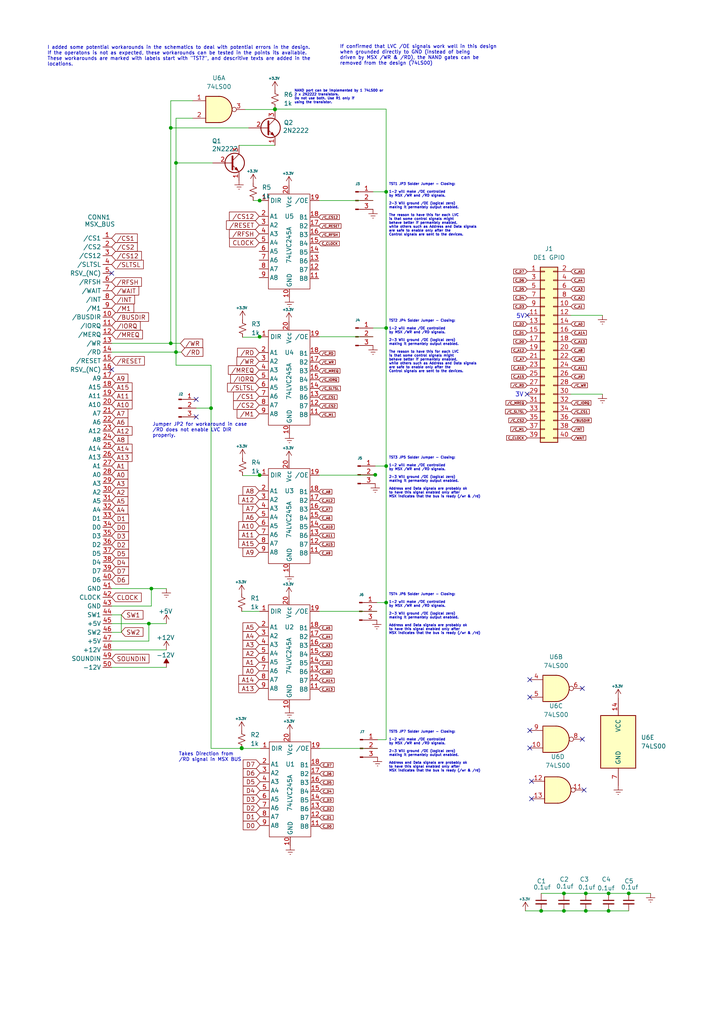
<source format=kicad_sch>
(kicad_sch (version 20211123) (generator eeschema)
  (paper "A4" portrait)
  (title_block (title "MSX IDC Adapter") (rev "0.1") (company "RCC") (comment 1 "Not ready for manufactoring (WIP)"))
  (junction (at 163.576 259.08))
  (junction (at 176.53 259.08))
  (junction (at 51.054 47.244))
  (junction (at 169.926 259.08))
  (junction (at 43.18 180.848))
  (junction (at 79.756 31.6399))
  (junction (at 169.926 264.16))
  (junction (at 75.311 58.166))
  (junction (at 70.116 216.916))
  (junction (at 112.014 95.123))
  (junction (at 108.847 137.6988))
  (junction (at 182.372 259.08))
  (junction (at 70.116 217.043))
  (junction (at 49.53 99.568))
  (junction (at 61.214 118.364))
  (junction (at 75.311 97.663))
  (junction (at 51.054 102.108))
  (junction (at 163.576 264.16))
  (junction (at 112.014 55.626))
  (junction (at 75.311 137.795))
  (junction (at 156.972 264.16))
  (junction (at 112.014 135.1588))
  (junction (at 49.53 37.084))
  (junction (at 70.104 216.916))
  (junction (at 79.756 31.75))
  (junction (at 43.9077 170.688))
  (junction (at 112.014 174.752))
  (junction (at 176.53 264.16))
  (no_connect (at 168.91 214.376))
  (no_connect (at 169.418 229.108))
  (no_connect (at 168.91 199.644))
  (no_connect (at 153.67 197.104))
  (no_connect (at 153.67 202.184))
  (no_connect (at 153.67 211.836))
  (no_connect (at 153.67 216.916))
  (no_connect (at 154.178 226.568))
  (no_connect (at 154.178 231.648))
  (no_connect (at 56.896 120.904))
  (no_connect (at 56.896 115.824))
  (no_connect (at 152.908 91.44))
  (no_connect (at 32.385 79.248))
  (no_connect (at 32.385 107.188))
  (no_connect (at 152.908 114.3))
  (wire (pts (xy 70.116 216.916) (xy 70.104 216.916)))
  (wire (pts (xy 49.53 99.568) (xy 49.53 37.084)))
  (wire (pts (xy 43.18 180.848) (xy 43.18 185.928)))
  (wire (pts (xy 49.53 37.084) (xy 72.136 37.084)))
  (wire (pts (xy 79.756 31.6399) (xy 79.756 31.242)))
  (wire (pts (xy 69.342 42.164) (xy 79.756 42.164)))
  (wire (pts (xy 176.53 259.08) (xy 182.372 259.08)))
  (wire (pts (xy 108.847 137.795) (xy 108.847 137.6988)))
  (wire (pts (xy 75.311 137.922) (xy 75.311 137.795)))
  (wire (pts (xy 43.9077 175.768) (xy 43.9077 170.688)))
  (wire (pts (xy 43.9077 170.688) (xy 48.26 170.688)))
  (wire (pts (xy 70.116 217.043) (xy 61.214 217.043)))
  (wire (pts (xy 108.847 135.1588) (xy 112.014 135.1588)))
  (wire (pts (xy 49.53 29.21) (xy 55.88 29.21)))
  (wire (pts (xy 70.116 217.043) (xy 70.116 216.916)))
  (wire (pts (xy 49.53 37.084) (xy 49.53 29.21)))
  (wire (pts (xy 169.926 259.08) (xy 176.53 259.08)))
  (wire (pts (xy 51.054 105.918) (xy 51.054 102.108)))
  (wire (pts (xy 108.204 55.626) (xy 112.014 55.626)))
  (wire (pts (xy 176.53 264.16) (xy 182.372 264.16)))
  (wire (pts (xy 92.583 58.166) (xy 108.204 58.166)))
  (wire (pts (xy 112.014 31.6399) (xy 79.756 31.6399)))
  (wire (pts (xy 156.972 259.08) (xy 163.576 259.08)))
  (wire (pts (xy 165.608 91.44) (xy 174.752 91.44)))
  (wire (pts (xy 51.054 102.108) (xy 52.578 102.108)))
  (wire (pts (xy 163.576 259.08) (xy 169.926 259.08)))
  (wire (pts (xy 112.014 214.503) (xy 109.5184 214.503)))
  (wire (pts (xy 32.385 193.548) (xy 48.26 193.548)))
  (wire (pts (xy 92.583 97.663) (xy 108.204 97.663)))
  (wire (pts (xy 51.054 47.244) (xy 51.054 102.108)))
  (wire (pts (xy 92.837 217.043) (xy 109.5184 217.043)))
  (wire (pts (xy 51.054 47.244) (xy 51.054 34.29)))
  (wire (pts (xy 56.896 118.364) (xy 61.214 118.364)))
  (wire (pts (xy 182.372 259.08) (xy 188.722 259.08)))
  (wire (pts (xy 71.12 31.75) (xy 79.756 31.75)))
  (wire (pts (xy 32.385 188.468) (xy 48.26 188.468)))
  (wire (pts (xy 165.608 114.3) (xy 174.752 114.3)))
  (wire (pts (xy 35.1862 183.388) (xy 32.385 183.388)))
  (wire (pts (xy 32.385 178.308) (xy 35.1862 178.308)))
  (wire (pts (xy 32.385 99.568) (xy 49.53 99.568)))
  (wire (pts (xy 112.014 31.6399) (xy 112.014 55.626)))
  (wire (pts (xy 92.583 177.292) (xy 109.3105 177.292)))
  (wire (pts (xy 112.014 135.1588) (xy 112.014 174.752)))
  (wire (pts (xy 61.722 47.244) (xy 51.054 47.244)))
  (wire (pts (xy 43.18 180.848) (xy 48.26 180.848)))
  (wire (pts (xy 79.756 31.75) (xy 79.756 32.004)))
  (wire (pts (xy 109.3105 174.752) (xy 112.014 174.752)))
  (wire (pts (xy 112.014 95.123) (xy 112.014 135.1588)))
  (wire (pts (xy 163.576 264.16) (xy 169.926 264.16)))
  (wire (pts (xy 92.583 137.795) (xy 108.847 137.795)))
  (wire (pts (xy 32.385 175.768) (xy 43.9077 175.768)))
  (wire (pts (xy 70.104 177.292) (xy 75.311 177.292)))
  (wire (pts (xy 79.756 31.6399) (xy 79.756 31.75)))
  (wire (pts (xy 32.385 170.688) (xy 43.9077 170.688)))
  (wire (pts (xy 32.385 185.928) (xy 43.18 185.928)))
  (wire (pts (xy 108.204 95.123) (xy 112.014 95.123)))
  (wire (pts (xy 112.014 174.752) (xy 112.014 214.503)))
  (wire (pts (xy 61.214 105.918) (xy 61.214 118.364)))
  (wire (pts (xy 49.53 99.568) (xy 52.324 99.568)))
  (wire (pts (xy 32.385 180.848) (xy 43.18 180.848)))
  (wire (pts (xy 75.311 97.79) (xy 75.311 97.663)))
  (wire (pts (xy 75.565 217.043) (xy 70.116 217.043)))
  (wire (pts (xy 152.4 264.16) (xy 156.972 264.16)))
  (wire (pts (xy 35.1862 178.308) (xy 35.1862 183.388)))
  (wire (pts (xy 75.311 58.1557) (xy 75.311 58.166)))
  (wire (pts (xy 61.214 105.918) (xy 51.054 105.918)))
  (wire (pts (xy 51.054 34.29) (xy 55.88 34.29)))
  (wire (pts (xy 156.972 264.16) (xy 163.576 264.16)))
  (wire (pts (xy 70.358 97.79) (xy 75.311 97.79)))
  (wire (pts (xy 61.214 118.364) (xy 61.214 217.043)))
  (wire (pts (xy 73.4493 58.1557) (xy 75.311 58.1557)))
  (wire (pts (xy 70.358 137.922) (xy 75.311 137.922)))
  (wire (pts (xy 32.385 102.108) (xy 51.054 102.108)))
  (wire (pts (xy 112.014 55.626) (xy 112.014 95.123)))
  (wire (pts (xy 169.926 264.16) (xy 176.53 264.16)))
  (text "I added some potential workarounds in the schematics to deal with potential errors in the design.\nIf the operatons is not as expected, these workarounds can be tested in the points its available.\nThese workarounds are marked with labels start with \"TST?\", and descritive texts are added in the\nlocations." (at 13.716 19.304 0) (effects (font (size 1 1)) (justify left bottom)))
  (text "TST4 JP6 Solder Jumper - Closing:\n\n1-2 will make /OE controlled\nby MSX /WR and /RD signals.\n\n2-3 Will ground /OE (logical zero)\nmaking it permantely output enabled.\n\nAddress and Data signals are probably ok\nto have this signal enabled only after \nMSX indicates that the bus is ready (/wr & /rd)" (at 112.776 184.15 0) (effects (font (size 0.7 0.7)) (justify left bottom)))
  (text "If confirmed that LVC /OE signals work well in this design \nwhen grounded directly to GND (instead of being\ndriven by MSX /WR & /RD), the NAND gates can be\nremoved from the design (74LS00)" (at 98.552 19.05 0) (effects (font (size 1 1)) (justify left bottom)))
  (text "NAND port can be implemented by 1 74LS00 or \n2 x 2N2222 transistors.\nDo not use both. Use R1 only if \nusing the transistor." (at 85.344 30.226 0) (effects (font (size 0.7 0.7)) (justify left bottom)))
  (text "TST1 JP3 Solder Jumper - Closing:\n\n1-2 will make /OE controlled\nby MSX /WR and /RD signals.\n\n2-3 Will ground /OE (logical zero)\nmaking it permantely output enabled.\n\nThe reason to have this for each LVC \nis that some control signals might \nbehave better if permantely enabled,\nwhile others such as Address and Data signals\nare safe to enable only after the \nControl signals are sent to the devices." (at 112.776 68.58 0) (effects (font (size 0.7 0.7)) (justify left bottom)))
  (text "TST3 JP5 Solder Jumper - Closing:\n\n1-2 will make /OE controlled\nby MSX /WR and /RD signals.\n\n2-3 Will ground /OE (logical zero)\nmaking it permantely output enabled.\n\nAddress and Data signals are probably ok\nto have this signal enabled only after \nMSX indicates that the bus is ready (/wr & /rd)" (at 112.776 144.526 0) (effects (font (size 0.7 0.7)) (justify left bottom)))
  (text "TST2 JP4 Solder Jumper - Closing:\n\n1-2 will make /OE controlled\nby MSX /WR and /RD signals.\n\n2-3 Will ground /OE (logical zero)\nmaking it permantely output enabled.\n\nThe reason to have this for each LVC \nis that some control signals might \nbehave better if permantely enabled,\nwhile others such as Address and Data signals\nare safe to enable only after the \nControl signals are sent to the devices." (at 112.776 108.204 0) (effects (font (size 0.7 0.7)) (justify left bottom)))
  (text "Jumper JP2 for workaround in case\n/RD does not enable LVC DIR\nproperly." (at 44.196 127 0) (effects (font (size 1 1)) (justify left bottom)))
  (text "Takes Direction from \n/RD signal in MSX BUS" (at 51.816 220.98 0) (effects (font (size 1 1)) (justify left bottom)))
  (text "3V" (at 149.4017 115.2727 0) (effects (font (size 1.27 1.27)) (justify left bottom)))
  (text "TST5 JP7 Solder Jumper - Closing:\n\n1-2 will make /OE controlled\nby MSX /WR and /RD signals.\n\n2-3 Will ground /OE (logical zero)\nmaking it permantely output enabled.\n\nAddress and Data signals are probably ok\nto have this signal enabled only after \nMSX indicates that the bus is ready (/wr & /rd)" (at 112.776 224.028 0) (effects (font (size 0.7 0.7)) (justify left bottom)))
  (text "5V" (at 149.6991 92.5416 0) (effects (font (size 1.27 1.27)) (justify left bottom)))
  (global_label "C_D5" (shape input) (at 152.908 83.82 180) (effects (font (size 0.7 0.7))) (property "Intersheet References" "${INTERSHEET_REFS}" (effects hide)))
  (global_label "{slash}C_SLTSL" (shape input) (at 152.908 119.38 180) (effects (font (size 0.7 0.7))) (property "Intersheet References" "${INTERSHEET_REFS}" (effects hide)))
  (global_label "{slash}C_RFSH" (shape input) (at 92.456 68.072 0) (effects (font (size 0.7 0.7))) (property "Intersheet References" "${INTERSHEET_REFS}" (effects hide)))
  (global_label "D4" (shape input) (at 32.385 163.068 0) (property "Intersheet References" "${INTERSHEET_REFS}" (effects hide)))
  (global_label "A9" (shape input) (at 75.184 160.147 180) (property "Intersheet References" "${INTERSHEET_REFS}" (effects hide)))
  (global_label "{slash}MREQ" (shape input) (at 75.184 107.315 180) (property "Intersheet References" "${INTERSHEET_REFS}" (effects hide)))
  (global_label "{slash}C_RD" (shape input) (at 92.456 102.489 0) (effects (font (size 0.7 0.7))) (property "Intersheet References" "${INTERSHEET_REFS}" (effects hide)))
  (global_label "C_A13" (shape input) (at 92.456 199.898 0) (effects (font (size 0.7 0.7))) (property "Intersheet References" "${INTERSHEET_REFS}" (effects hide)))
  (global_label "{slash}C_CS1" (shape input) (at 92.456 115.189 0) (effects (font (size 0.7 0.7))) (property "Intersheet References" "${INTERSHEET_REFS}" (effects hide)))
  (global_label "{slash}C_M1" (shape input) (at 152.908 124.46 180) (effects (font (size 0.7 0.7))) (property "Intersheet References" "${INTERSHEET_REFS}" (effects hide)))
  (global_label "A11" (shape input) (at 32.385 114.808 0) (property "Intersheet References" "${INTERSHEET_REFS}" (effects hide)))
  (global_label "C_A6" (shape input) (at 92.456 150.241 0) (effects (font (size 0.7 0.7))) (property "Intersheet References" "${INTERSHEET_REFS}" (effects hide)))
  (global_label "C_A7" (shape input) (at 152.908 104.14 180) (effects (font (size 0.7 0.7))) (property "Intersheet References" "${INTERSHEET_REFS}" (effects hide)))
  (global_label "C_A4" (shape input) (at 165.608 81.28 0) (effects (font (size 0.7 0.7))) (property "Intersheet References" "${INTERSHEET_REFS}" (effects hide)))
  (global_label "{slash}WAIT" (shape input) (at 32.385 84.328 0) (property "Intersheet References" "${INTERSHEET_REFS}" (effects hide)))
  (global_label "{slash}C_CS2" (shape input) (at 152.908 121.92 180) (effects (font (size 0.7 0.7))) (property "Intersheet References" "${INTERSHEET_REFS}" (effects hide)))
  (global_label "D5" (shape input) (at 32.385 160.528 0) (property "Intersheet References" "${INTERSHEET_REFS}" (effects hide)))
  (global_label "D5" (shape input) (at 75.438 226.695 180) (property "Intersheet References" "${INTERSHEET_REFS}" (effects hide)))
  (global_label "C_A0" (shape input) (at 165.608 93.98 0) (effects (font (size 0.7 0.7))) (property "Intersheet References" "${INTERSHEET_REFS}" (effects hide)))
  (global_label "C_A2" (shape input) (at 165.608 86.36 0) (effects (font (size 0.7 0.7))) (property "Intersheet References" "${INTERSHEET_REFS}" (effects hide)))
  (global_label "A13" (shape input) (at 32.385 132.588 0) (property "Intersheet References" "${INTERSHEET_REFS}" (effects hide)))
  (global_label "C_D0" (shape input) (at 92.71 239.649 0) (effects (font (size 0.7 0.7))) (property "Intersheet References" "${INTERSHEET_REFS}" (effects hide)))
  (global_label "C_D0" (shape input) (at 152.908 99.06 180) (effects (font (size 0.7 0.7))) (property "Intersheet References" "${INTERSHEET_REFS}" (effects hide)))
  (global_label "{slash}C_SLTSL" (shape input) (at 92.456 112.649 0) (effects (font (size 0.7 0.7))) (property "Intersheet References" "${INTERSHEET_REFS}" (effects hide)))
  (global_label "{slash}MREQ" (shape input) (at 32.385 97.028 0) (property "Intersheet References" "${INTERSHEET_REFS}" (effects hide)))
  (global_label "{slash}RFSH" (shape input) (at 75.184 67.818 180) (property "Intersheet References" "${INTERSHEET_REFS}" (effects hide)))
  (global_label "{slash}C_CS1" (shape input) (at 165.608 119.38 0) (effects (font (size 0.7 0.7))) (property "Intersheet References" "${INTERSHEET_REFS}" (effects hide)))
  (global_label "C_D7" (shape input) (at 92.71 221.869 0) (effects (font (size 0.7 0.7))) (property "Intersheet References" "${INTERSHEET_REFS}" (effects hide)))
  (global_label "{slash}CS2" (shape input) (at 32.385 71.628 0) (property "Intersheet References" "${INTERSHEET_REFS}" (effects hide)))
  (global_label "D7" (shape input) (at 32.385 165.608 0) (property "Intersheet References" "${INTERSHEET_REFS}" (effects hide)))
  (global_label "A5" (shape input) (at 32.385 145.288 0) (property "Intersheet References" "${INTERSHEET_REFS}" (effects hide)))
  (global_label "{slash}C_WR" (shape input) (at 92.456 105.029 0) (effects (font (size 0.7 0.7))) (property "Intersheet References" "${INTERSHEET_REFS}" (effects hide)))
  (global_label "{slash}C_IORQ" (shape input) (at 165.608 116.84 0) (effects (font (size 0.7 0.7))) (property "Intersheet References" "${INTERSHEET_REFS}" (effects hide)))
  (global_label "C_A12" (shape input) (at 92.456 145.161 0) (effects (font (size 0.7 0.7))) (property "Intersheet References" "${INTERSHEET_REFS}" (effects hide)))
  (global_label "A1" (shape input) (at 75.184 192.024 180) (property "Intersheet References" "${INTERSHEET_REFS}" (effects hide)))
  (global_label "C_A10" (shape input) (at 152.908 106.68 180) (effects (font (size 0.7 0.7))) (property "Intersheet References" "${INTERSHEET_REFS}" (effects hide)))
  (global_label "C_A9" (shape input) (at 165.608 109.22 0) (effects (font (size 0.7 0.7))) (property "Intersheet References" "${INTERSHEET_REFS}" (effects hide)))
  (global_label "{slash}RD" (shape input) (at 52.578 102.108 0) (property "Intersheet References" "${INTERSHEET_REFS}" (effects hide)))
  (global_label "A7" (shape input) (at 32.385 119.888 0) (property "Intersheet References" "${INTERSHEET_REFS}" (effects hide)))
  (global_label "{slash}C_WR" (shape input) (at 165.608 111.76 0) (effects (font (size 0.7 0.7))) (property "Intersheet References" "${INTERSHEET_REFS}" (effects hide)))
  (global_label "A10" (shape input) (at 75.184 152.527 180) (property "Intersheet References" "${INTERSHEET_REFS}" (effects hide)))
  (global_label "{slash}CS2" (shape input) (at 75.184 117.475 180) (property "Intersheet References" "${INTERSHEET_REFS}" (effects hide)))
  (global_label "C_D5" (shape input) (at 92.71 226.949 0) (effects (font (size 0.7 0.7))) (property "Intersheet References" "${INTERSHEET_REFS}" (effects hide)))
  (global_label "C_A8" (shape input) (at 92.456 142.621 0) (effects (font (size 0.7 0.7))) (property "Intersheet References" "${INTERSHEET_REFS}" (effects hide)))
  (global_label "C_A8" (shape input) (at 165.608 101.6 0) (effects (font (size 0.7 0.7))) (property "Intersheet References" "${INTERSHEET_REFS}" (effects hide)))
  (global_label "D6" (shape input) (at 75.438 224.155 180) (property "Intersheet References" "${INTERSHEET_REFS}" (effects hide)))
  (global_label "D3" (shape input) (at 75.438 231.775 180) (property "Intersheet References" "${INTERSHEET_REFS}" (effects hide)))
  (global_label "D0" (shape input) (at 75.438 239.395 180) (property "Intersheet References" "${INTERSHEET_REFS}" (effects hide)))
  (global_label "C_A15" (shape input) (at 152.908 109.22 180) (effects (font (size 0.7 0.7))) (property "Intersheet References" "${INTERSHEET_REFS}" (effects hide)))
  (global_label "SW1" (shape input) (at 35.1862 178.308 0) (property "Intersheet References" "${INTERSHEET_REFS}" (effects hide)))
  (global_label "C_D2" (shape input) (at 92.71 234.569 0) (effects (font (size 0.7 0.7))) (property "Intersheet References" "${INTERSHEET_REFS}" (effects hide)))
  (global_label "C_CLOCK" (shape input) (at 92.456 70.612 0) (effects (font (size 0.7 0.7))) (property "Intersheet References" "${INTERSHEET_REFS}" (effects hide)))
  (global_label "A9" (shape input) (at 32.385 109.728 0) (property "Intersheet References" "${INTERSHEET_REFS}" (effects hide)))
  (global_label "C_A3" (shape input) (at 165.608 83.82 0) (effects (font (size 0.7 0.7))) (property "Intersheet References" "${INTERSHEET_REFS}" (effects hide)))
  (global_label "A15" (shape input) (at 75.184 157.607 180) (property "Intersheet References" "${INTERSHEET_REFS}" (effects hide)))
  (global_label "C_D3" (shape input) (at 152.908 88.9 180) (effects (font (size 0.7 0.7))) (property "Intersheet References" "${INTERSHEET_REFS}" (effects hide)))
  (global_label "A12" (shape input) (at 32.385 124.968 0) (property "Intersheet References" "${INTERSHEET_REFS}" (effects hide)))
  (global_label "C_A6" (shape input) (at 165.608 104.14 0) (effects (font (size 0.7 0.7))) (property "Intersheet References" "${INTERSHEET_REFS}" (effects hide)))
  (global_label "C_A12" (shape input) (at 152.908 101.6 180) (effects (font (size 0.7 0.7))) (property "Intersheet References" "${INTERSHEET_REFS}" (effects hide)))
  (global_label "CLOCK" (shape input) (at 75.184 70.358 180) (property "Intersheet References" "${INTERSHEET_REFS}" (effects hide)))
  (global_label "C_A4" (shape input) (at 92.456 184.658 0) (effects (font (size 0.7 0.7))) (property "Intersheet References" "${INTERSHEET_REFS}" (effects hide)))
  (global_label "C_A2" (shape input) (at 92.456 189.738 0) (effects (font (size 0.7 0.7))) (property "Intersheet References" "${INTERSHEET_REFS}" (effects hide)))
  (global_label "{slash}INT" (shape input) (at 165.608 124.46 0) (effects (font (size 0.7 0.7))) (property "Intersheet References" "${INTERSHEET_REFS}" (effects hide)))
  (global_label "{slash}CS12" (shape input) (at 75.184 62.738 180) (property "Intersheet References" "${INTERSHEET_REFS}" (effects hide)))
  (global_label "{slash}WR" (shape input) (at 75.184 104.775 180) (property "Intersheet References" "${INTERSHEET_REFS}" (effects hide)))
  (global_label "A6" (shape input) (at 75.184 149.987 180) (property "Intersheet References" "${INTERSHEET_REFS}" (effects hide)))
  (global_label "{slash}M1" (shape input) (at 32.385 89.408 0) (property "Intersheet References" "${INTERSHEET_REFS}" (effects hide)))
  (global_label "{slash}CS1" (shape input) (at 32.385 69.088 0) (property "Intersheet References" "${INTERSHEET_REFS}" (effects hide)))
  (global_label "C_D2" (shape input) (at 152.908 93.98 180) (effects (font (size 0.7 0.7))) (property "Intersheet References" "${INTERSHEET_REFS}" (effects hide)))
  (global_label "A6" (shape input) (at 32.385 122.428 0) (property "Intersheet References" "${INTERSHEET_REFS}" (effects hide)))
  (global_label "{slash}C_MREQ" (shape input) (at 152.908 116.84 180) (effects (font (size 0.7 0.7))) (property "Intersheet References" "${INTERSHEET_REFS}" (effects hide)))
  (global_label "A3" (shape input) (at 75.184 186.944 180) (property "Intersheet References" "${INTERSHEET_REFS}" (effects hide)))
  (global_label "D6" (shape input) (at 32.385 168.148 0) (property "Intersheet References" "${INTERSHEET_REFS}" (effects hide)))
  (global_label "A11" (shape input) (at 75.184 155.067 180) (property "Intersheet References" "${INTERSHEET_REFS}" (effects hide)))
  (global_label "{slash}CS12" (shape input) (at 32.385 74.168 0) (property "Intersheet References" "${INTERSHEET_REFS}" (effects hide)))
  (global_label "D0" (shape input) (at 32.385 152.908 0) (property "Intersheet References" "${INTERSHEET_REFS}" (effects hide)))
  (global_label "C_A11" (shape input) (at 92.456 155.321 0) (effects (font (size 0.7 0.7))) (property "Intersheet References" "${INTERSHEET_REFS}" (effects hide)))
  (global_label "A14" (shape input) (at 75.184 197.104 180) (property "Intersheet References" "${INTERSHEET_REFS}" (effects hide)))
  (global_label "{slash}WR" (shape input) (at 52.324 99.568 0) (property "Intersheet References" "${INTERSHEET_REFS}" (effects hide)))
  (global_label "{slash}C_MREQ" (shape input) (at 92.456 107.569 0) (effects (font (size 0.7 0.7))) (property "Intersheet References" "${INTERSHEET_REFS}" (effects hide)))
  (global_label "C_D3" (shape input) (at 92.71 232.029 0) (effects (font (size 0.7 0.7))) (property "Intersheet References" "${INTERSHEET_REFS}" (effects hide)))
  (global_label "A3" (shape input) (at 32.385 140.208 0) (property "Intersheet References" "${INTERSHEET_REFS}" (effects hide)))
  (global_label "CLOCK" (shape input) (at 32.385 173.228 0) (property "Intersheet References" "${INTERSHEET_REFS}" (effects hide)))
  (global_label "A2" (shape input) (at 32.385 142.748 0) (property "Intersheet References" "${INTERSHEET_REFS}" (effects hide)))
  (global_label "A15" (shape input) (at 32.385 112.268 0) (property "Intersheet References" "${INTERSHEET_REFS}" (effects hide)))
  (global_label "A0" (shape input) (at 75.184 194.564 180) (property "Intersheet References" "${INTERSHEET_REFS}" (effects hide)))
  (global_label "A8" (shape input) (at 75.184 142.367 180) (property "Intersheet References" "${INTERSHEET_REFS}" (effects hide)))
  (global_label "C_A0" (shape input) (at 92.456 194.818 0) (effects (font (size 0.7 0.7))) (property "Intersheet References" "${INTERSHEET_REFS}" (effects hide)))
  (global_label "D2" (shape input) (at 75.438 234.315 180) (property "Intersheet References" "${INTERSHEET_REFS}" (effects hide)))
  (global_label "A10" (shape input) (at 32.385 117.348 0) (property "Intersheet References" "${INTERSHEET_REFS}" (effects hide)))
  (global_label "A14" (shape input) (at 32.385 130.048 0) (property "Intersheet References" "${INTERSHEET_REFS}" (effects hide)))
  (global_label "{slash}C_RESET" (shape input) (at 92.456 65.532 0) (effects (font (size 0.7 0.7))) (property "Intersheet References" "${INTERSHEET_REFS}" (effects hide)))
  (global_label "A5" (shape input) (at 75.184 181.864 180) (property "Intersheet References" "${INTERSHEET_REFS}" (effects hide)))
  (global_label "{slash}BUSDIR" (shape input) (at 32.385 91.948 0) (property "Intersheet References" "${INTERSHEET_REFS}" (effects hide)))
  (global_label "{slash}C_M1" (shape input) (at 92.456 120.269 0) (effects (font (size 0.7 0.7))) (property "Intersheet References" "${INTERSHEET_REFS}" (effects hide)))
  (global_label "{slash}IORQ" (shape input) (at 75.184 109.855 180) (property "Intersheet References" "${INTERSHEET_REFS}" (effects hide)))
  (global_label "{slash}C_RD" (shape input) (at 152.908 111.76 180) (effects (font (size 0.7 0.7))) (property "Intersheet References" "${INTERSHEET_REFS}" (effects hide)))
  (global_label "C_D1" (shape input) (at 152.908 96.52 180) (effects (font (size 0.7 0.7))) (property "Intersheet References" "${INTERSHEET_REFS}" (effects hide)))
  (global_label "C_A1" (shape input) (at 165.608 88.9 0) (effects (font (size 0.7 0.7))) (property "Intersheet References" "${INTERSHEET_REFS}" (effects hide)))
  (global_label "C_D4" (shape input) (at 92.71 229.489 0) (effects (font (size 0.7 0.7))) (property "Intersheet References" "${INTERSHEET_REFS}" (effects hide)))
  (global_label "A12" (shape input) (at 75.184 144.907 180) (property "Intersheet References" "${INTERSHEET_REFS}" (effects hide)))
  (global_label "C_D7" (shape input) (at 152.908 78.74 180) (effects (font (size 0.7 0.7))) (property "Intersheet References" "${INTERSHEET_REFS}" (effects hide)))
  (global_label "{slash}C_CS12" (shape input) (at 92.456 62.992 0) (effects (font (size 0.7 0.7))) (property "Intersheet References" "${INTERSHEET_REFS}" (effects hide)))
  (global_label "{slash}RFSH" (shape input) (at 32.385 81.788 0) (property "Intersheet References" "${INTERSHEET_REFS}" (effects hide)))
  (global_label "C_A1" (shape input) (at 92.456 192.278 0) (effects (font (size 0.7 0.7))) (property "Intersheet References" "${INTERSHEET_REFS}" (effects hide)))
  (global_label "A0" (shape input) (at 32.385 137.668 0) (property "Intersheet References" "${INTERSHEET_REFS}" (effects hide)))
  (global_label "D7" (shape input) (at 75.438 221.615 180) (property "Intersheet References" "${INTERSHEET_REFS}" (effects hide)))
  (global_label "C_A7" (shape input) (at 92.456 147.701 0) (effects (font (size 0.7 0.7))) (property "Intersheet References" "${INTERSHEET_REFS}" (effects hide)))
  (global_label "{slash}RESET" (shape input) (at 32.385 104.648 0) (property "Intersheet References" "${INTERSHEET_REFS}" (effects hide)))
  (global_label "A2" (shape input) (at 75.184 189.484 180) (property "Intersheet References" "${INTERSHEET_REFS}" (effects hide)))
  (global_label "C_D1" (shape input) (at 92.71 237.109 0) (effects (font (size 0.7 0.7))) (property "Intersheet References" "${INTERSHEET_REFS}" (effects hide)))
  (global_label "C_A10" (shape input) (at 92.456 152.781 0) (effects (font (size 0.7 0.7))) (property "Intersheet References" "${INTERSHEET_REFS}" (effects hide)))
  (global_label "A13" (shape input) (at 75.184 199.644 180) (property "Intersheet References" "${INTERSHEET_REFS}" (effects hide)))
  (global_label "{slash}M1" (shape input) (at 75.184 120.015 180) (property "Intersheet References" "${INTERSHEET_REFS}" (effects hide)))
  (global_label "D3" (shape input) (at 32.385 155.448 0) (property "Intersheet References" "${INTERSHEET_REFS}" (effects hide)))
  (global_label "{slash}SLTSL" (shape input) (at 75.184 112.395 180) (property "Intersheet References" "${INTERSHEET_REFS}" (effects hide)))
  (global_label "C_D4" (shape input) (at 152.908 86.36 180) (effects (font (size 0.7 0.7))) (property "Intersheet References" "${INTERSHEET_REFS}" (effects hide)))
  (global_label "D2" (shape input) (at 32.385 157.988 0) (property "Intersheet References" "${INTERSHEET_REFS}" (effects hide)))
  (global_label "C_A14" (shape input) (at 165.608 96.52 0) (effects (font (size 0.7 0.7))) (property "Intersheet References" "${INTERSHEET_REFS}" (effects hide)))
  (global_label "A1" (shape input) (at 32.385 135.128 0) (property "Intersheet References" "${INTERSHEET_REFS}" (effects hide)))
  (global_label "C_A5" (shape input) (at 165.608 78.74 0) (effects (font (size 0.7 0.7))) (property "Intersheet References" "${INTERSHEET_REFS}" (effects hide)))
  (global_label "C_A9" (shape input) (at 92.456 160.401 0) (effects (font (size 0.7 0.7))) (property "Intersheet References" "${INTERSHEET_REFS}" (effects hide)))
  (global_label "C_D6" (shape input) (at 152.908 81.28 180) (effects (font (size 0.7 0.7))) (property "Intersheet References" "${INTERSHEET_REFS}" (effects hide)))
  (global_label "{slash}WAIT" (shape input) (at 165.608 127 0) (effects (font (size 0.7 0.7))) (property "Intersheet References" "${INTERSHEET_REFS}" (effects hide)))
  (global_label "A8" (shape input) (at 32.385 127.508 0) (property "Intersheet References" "${INTERSHEET_REFS}" (effects hide)))
  (global_label "{slash}RD" (shape input) (at 75.184 102.235 180) (property "Intersheet References" "${INTERSHEET_REFS}" (effects hide)))
  (global_label "{slash}BUSDIR" (shape input) (at 165.608 121.92 0) (effects (font (size 0.7 0.7))) (property "Intersheet References" "${INTERSHEET_REFS}" (effects hide)))
  (global_label "D1" (shape input) (at 75.438 236.855 180) (property "Intersheet References" "${INTERSHEET_REFS}" (effects hide)))
  (global_label "C_A14" (shape input) (at 92.456 197.358 0) (effects (font (size 0.7 0.7))) (property "Intersheet References" "${INTERSHEET_REFS}" (effects hide)))
  (global_label "C_A11" (shape input) (at 165.608 106.68 0) (effects (font (size 0.7 0.7))) (property "Intersheet References" "${INTERSHEET_REFS}" (effects hide)))
  (global_label "{slash}IORQ" (shape input) (at 32.385 94.488 0) (property "Intersheet References" "${INTERSHEET_REFS}" (effects hide)))
  (global_label "C_D6" (shape input) (at 92.71 224.409 0) (effects (font (size 0.7 0.7))) (property "Intersheet References" "${INTERSHEET_REFS}" (effects hide)))
  (global_label "{slash}C_IORQ" (shape input) (at 92.456 110.109 0) (effects (font (size 0.7 0.7))) (property "Intersheet References" "${INTERSHEET_REFS}" (effects hide)))
  (global_label "C_CLOCK" (shape input) (at 152.908 127 180) (effects (font (size 0.7 0.7))) (property "Intersheet References" "${INTERSHEET_REFS}" (effects hide)))
  (global_label "{slash}CS1" (shape input) (at 75.184 114.935 180) (property "Intersheet References" "${INTERSHEET_REFS}" (effects hide)))
  (global_label "{slash}SLTSL" (shape input) (at 32.385 76.708 0) (property "Intersheet References" "${INTERSHEET_REFS}" (effects hide)))
  (global_label "A7" (shape input) (at 75.184 147.447 180) (property "Intersheet References" "${INTERSHEET_REFS}" (effects hide)))
  (global_label "D1" (shape input) (at 32.385 150.368 0) (property "Intersheet References" "${INTERSHEET_REFS}" (effects hide)))
  (global_label "C_A13" (shape input) (at 165.608 99.06 0) (effects (font (size 0.7 0.7))) (property "Intersheet References" "${INTERSHEET_REFS}" (effects hide)))
  (global_label "C_A3" (shape input) (at 92.456 187.198 0) (effects (font (size 0.7 0.7))) (property "Intersheet References" "${INTERSHEET_REFS}" (effects hide)))
  (global_label "C_A15" (shape input) (at 92.456 157.861 0) (effects (font (size 0.7 0.7))) (property "Intersheet References" "${INTERSHEET_REFS}" (effects hide)))
  (global_label "D4" (shape input) (at 75.438 229.235 180) (property "Intersheet References" "${INTERSHEET_REFS}" (effects hide)))
  (global_label "A4" (shape input) (at 32.385 147.828 0) (property "Intersheet References" "${INTERSHEET_REFS}" (effects hide)))
  (global_label "{slash}C_CS2" (shape input) (at 92.456 117.729 0) (effects (font (size 0.7 0.7))) (property "Intersheet References" "${INTERSHEET_REFS}" (effects hide)))
  (global_label "C_A5" (shape input) (at 92.456 182.118 0) (effects (font (size 0.7 0.7))) (property "Intersheet References" "${INTERSHEET_REFS}" (effects hide)))
  (global_label "{slash}RESET" (shape input) (at 75.184 65.278 180) (property "Intersheet References" "${INTERSHEET_REFS}" (effects hide)))
  (global_label "SW2" (shape input) (at 35.1862 183.2825 0) (property "Intersheet References" "${INTERSHEET_REFS}" (effects hide)))
  (global_label "A4" (shape input) (at 75.184 184.404 180) (property "Intersheet References" "${INTERSHEET_REFS}" (effects hide)))
  (global_label "SOUNDIN" (shape input) (at 32.385 191.008 0) (property "Intersheet References" "${INTERSHEET_REFS}" (effects hide)))
  (global_label "{slash}INT" (shape input) (at 32.385 86.868 0) (property "Intersheet References" "${INTERSHEET_REFS}" (effects hide)))
  (symbol (lib_id "power:GNDREF") (at 83.947 165.989 0) (unit 1)
    (property "Reference" "#PWR018" (effects hide))
    (property "Value" "GNDREF" (effects hide))
  )
  (symbol (lib_id "74xx:74LS00") (at 161.29 214.376 0) (unit 3)
    (property "Reference" "U6" (at 161.29 204.724 0))
    (property "Value" "74LS00" (at 161.29 207.264 0))
    (property "Footprint" "Package_DIP:DIP-14_W7.62mm" (effects hide))
    (property "Datasheet" "http://www.ti.com/lit/gpn/sn74ls00" (effects hide))
  )
  (symbol (lib_id "Transistor_BJT:2N2219") (at 66.802 47.244 0) (unit 1)
    (property "Reference" "Q1" (at 61.468 40.894 0) (effects (justify left)))
    (property "Value" "2N2222" (at 61.468 43.18 0) (effects (justify left)))
    (property "Footprint" "Roni Footprints:TO127P584H533-3" (effects hide))
    (property "Datasheet" "http://www.onsemi.com/pub_link/Collateral/2N2219-D.PDF" (effects hide))
  )
  (symbol (lib_id "power:GNDREF") (at 109.5184 219.583 0) (unit 1)
    (property "Reference" "#PWR0104" (effects hide))
    (property "Value" "GNDREF" (effects hide))
  )
  (symbol (lib_id "74xx:74LS00") (at 63.5 31.75 0) (unit 1)
    (property "Reference" "U6" (at 63.5 22.606 0))
    (property "Value" "74LS00" (at 63.5 25.146 0))
    (property "Footprint" "Package_DIP:DIP-14_W7.62mm" (effects hide))
    (property "Datasheet" "http://www.ti.com/lit/gpn/sn74ls00" (effects hide))
  )
  (symbol (lib_id "power:-12V") (at 48.26 193.548 0) (unit 1)
    (property "Reference" "#PWR04" (effects hide))
    (property "Value" "-12V" (at 48.006 189.992 0))
  )
  (symbol (lib_id "power:GNDREF") (at 108.204 100.203 0) (unit 1)
    (property "Reference" "#PWR0105" (effects hide))
    (property "Value" "GNDREF" (effects hide))
  )
  (symbol (lib_id "Device:R_Small_US") (at 79.756 28.702 0) (unit 1)
    (property "Reference" "R6" (at 82.296 27.4319 0) (effects (justify left)))
    (property "Value" "1k" (at 82.296 29.9719 0) (effects (justify left)))
    (property "Footprint" "Resistor_THT:R_Axial_DIN0207_L6.3mm_D2.5mm_P7.62mm_Horizontal" (effects hide))
  )
  (symbol (lib_id "power:GNDREF") (at 108.204 60.706 0) (unit 1)
    (property "Reference" "#PWR0106" (effects hide))
    (property "Value" "GNDREF" (effects hide))
  )
  (symbol (lib_id "power:+5V") (at 48.26 180.848 0) (unit 1)
    (property "Reference" "#PWR02" (effects hide))
    (property "Value" "+5V" (at 48.006 177.292 0))
  )
  (symbol (lib_id "power:+3.3V") (at 84.074 212.598 0) (unit 1)
    (property "Reference" "#PWR020" (effects hide))
    (property "Value" "+3.3V" (at 83.82 209.169 0) (effects (font (size 0.7 0.7))))
  )
  (symbol (lib_id "74xx:74LS00") (at 161.29 199.644 0) (unit 2)
    (property "Reference" "U6" (at 161.29 190.5 0))
    (property "Value" "74LS00" (at 161.29 193.04 0))
    (property "Footprint" "Package_DIP:DIP-14_W7.62mm" (effects hide))
    (property "Datasheet" "http://www.ti.com/lit/gpn/sn74ls00" (effects hide))
  )
  (symbol (lib_id "Device:R_Small_US") (at 70.358 135.382 0) (unit 1)
    (property "Reference" "R4" (at 72.898 134.1119 0) (effects (justify left)))
    (property "Value" "1k" (at 72.898 136.6519 0) (effects (justify left)))
    (property "Footprint" "Resistor_THT:R_Axial_DIN0207_L6.3mm_D2.5mm_P7.62mm_Horizontal" (effects hide))
  )
  (symbol (lib_id "power:GNDREF") (at 174.752 114.3 0) (unit 1)
    (property "Reference" "#PWR0101" (effects hide))
    (property "Value" "GNDREF" (effects hide))
  )
  (symbol (lib_id "power:+3.3V") (at 70.358 132.842 0) (unit 1)
    (property "Reference" "#PWR09" (effects hide))
    (property "Value" "+3.3V" (at 70.104 129.413 0) (effects (font (size 0.7 0.7))))
  )
  (symbol (lib_id "Connector:Conn_01x03_Male") (at 51.816 118.364 0) (unit 1)
    (property "Reference" "J2" (at 52.451 114.3 0) (effects (font (size 0.7 0.7))))
    (property "Value" "Conn_01x03_Male" (effects hide))
    (property "Footprint" "Connector_PinHeader_1.00mm:PinHeader_1x03_P1.00mm_Vertical" (effects hide))
  )
  (symbol (lib_id "Device:R_Small_US") (at 70.104 214.376 0) (unit 1)
    (property "Reference" "R2" (at 72.644 213.1059 0) (effects (justify left)))
    (property "Value" "1k" (at 72.644 215.6459 0) (effects (justify left)))
    (property "Footprint" "Resistor_THT:R_Axial_DIN0207_L6.3mm_D2.5mm_P7.62mm_Horizontal" (effects hide))
  )
  (symbol (lib_id "power:+12V") (at 48.26 188.468 0) (unit 1)
    (property "Reference" "#PWR03" (effects hide))
    (property "Value" "+12V" (at 48.006 184.912 0))
  )
  (symbol (lib_id "Device:C_Small") (at 182.372 261.62 0) (unit 1)
    (property "Reference" "C5" (at 181.102 255.524 0) (effects (justify left)))
    (property "Value" "0.1uf" (at 180.086 257.302 0) (effects (justify left)))
    (property "Footprint" "Capacitor_THT:C_Disc_D3.0mm_W1.6mm_P2.50mm" (effects hide))
  )
  (symbol (lib_id "power:+3.3V") (at 152.4 264.16 0) (unit 1)
    (property "Reference" "#PWR029" (effects hide))
    (property "Value" "+3.3V" (at 152.146 260.731 0) (effects (font (size 0.7 0.7))))
  )
  (symbol (lib_id "power:+3.3V") (at 179.324 202.438 0) (unit 1)
    (property "Reference" "#PWR032" (effects hide))
    (property "Value" "+3.3V" (at 179.07 199.009 0) (effects (font (size 0.7 0.7))))
  )
  (symbol (lib_id "Connector_Generic:Conn_02x20_Odd_Even") (at 157.988 101.6 0) (unit 1)
    (property "Reference" "J1" (at 159.258 72.136 0))
    (property "Value" "DE1 GPIO" (at 159.258 74.676 0))
    (property "Footprint" "Connector_IDC:IDC-Header_2x20_P2.54mm_Horizontal" (effects hide))
  )
  (symbol (lib_id "74xx:74LS00") (at 179.324 215.138 0) (unit 5)
    (property "Reference" "U6" (at 185.928 213.8679 0) (effects (justify left)))
    (property "Value" "74LS00" (at 185.928 216.4079 0) (effects (justify left)))
    (property "Footprint" "Package_DIP:DIP-14_W7.62mm" (effects hide))
    (property "Datasheet" "http://www.ti.com/lit/gpn/sn74ls00" (effects hide))
  )
  (symbol (lib_id "Device:R_Small_US") (at 70.104 174.752 0) (unit 1)
    (property "Reference" "R1" (at 72.644 173.4819 0) (effects (justify left)))
    (property "Value" "1k" (at 72.644 176.0219 0) (effects (justify left)))
    (property "Footprint" "Resistor_THT:R_Axial_DIN0207_L6.3mm_D2.5mm_P7.62mm_Horizontal" (effects hide))
  )
  (symbol (lib_id "Connector:Conn_01x03_Male") (at 103.124 97.663 0) (unit 1)
    (property "Reference" "J4" (at 103.759 92.837 0) (effects (font (size 0.7 0.7))))
    (property "Value" "Conn_01x03_Male" (effects hide))
    (property "Footprint" "Connector_PinHeader_1.00mm:PinHeader_1x03_P1.00mm_Vertical" (effects hide))
  )
  (symbol (lib_id "power:+3.3V") (at 70.358 92.71 0) (unit 1)
    (property "Reference" "#PWR08" (effects hide))
    (property "Value" "+3.3V" (at 70.104 89.281 0) (effects (font (size 0.7 0.7))))
  )
  (symbol (lib_id "Device:C_Small") (at 176.53 261.62 0) (unit 1)
    (property "Reference" "C4" (at 174.498 255.016 0) (effects (justify left)))
    (property "Value" "0.1uf" (at 173.228 257.556 0) (effects (justify left)))
    (property "Footprint" "Capacitor_THT:C_Disc_D3.0mm_W1.6mm_P2.50mm" (effects hide))
  )
  (symbol (lib_id "Connector:Conn_01x03_Male") (at 103.124 58.166 0) (unit 1)
    (property "Reference" "J3" (at 103.759 53.34 0) (effects (font (size 0.7 0.7))))
    (property "Value" "Conn_01x03_Male" (effects hide))
    (property "Footprint" "Connector_PinHeader_1.00mm:PinHeader_1x03_P1.00mm_Vertical" (effects hide))
  )
  (symbol (lib_id "power:GNDREF") (at 83.947 205.486 0) (unit 1)
    (property "Reference" "#PWR019" (effects hide))
    (property "Value" "GNDREF" (effects hide))
  )
  (symbol (lib_id "power:+3.3V") (at 83.82 172.847 0) (unit 1)
    (property "Reference" "#PWR015" (effects hide))
    (property "Value" "+3.3V" (at 83.566 169.418 0) (effects (font (size 0.7 0.7))))
  )
  (symbol (lib_id "power:+3.3V") (at 70.104 172.212 0) (unit 1)
    (property "Reference" "#PWR06" (effects hide))
    (property "Value" "+3.3V" (at 69.85 168.783 0) (effects (font (size 0.7 0.7))))
  )
  (symbol (lib_id "Device:R_Small_US") (at 70.358 95.25 0) (unit 1)
    (property "Reference" "R3" (at 72.898 93.9799 0) (effects (justify left)))
    (property "Value" "1k" (at 72.898 96.5199 0) (effects (justify left)))
    (property "Footprint" "Resistor_THT:R_Axial_DIN0207_L6.3mm_D2.5mm_P7.62mm_Horizontal" (effects hide))
  )
  (symbol (lib_id "power:GNDREF") (at 174.752 91.44 0) (unit 1)
    (property "Reference" "#PWR030" (effects hide))
    (property "Value" "GNDREF" (effects hide))
  )
  (symbol (lib_name "74LVC245A_1") (lib_id "Roni:74LVC245A") (at 142.494 145.796 0) (unit 1)
    (property "Reference" "U5" (at 82.55 62.738 0) (effects (justify left)))
    (property "Value" "74LVC245A" (at 83.82 76.454 90) (effects (justify left)))
    (property "Footprint" "Package_DIP:DIP-20_W7.62mm" (effects hide))
  )
  (symbol (lib_id "Roni:MSX_BUS") (at 100.33 157.48 0) (unit 1)
    (property "Reference" "CONN1" (at 28.702 62.992 0))
    (property "Value" "MSX_BUS" (at 28.956 65.024 0))
    (property "Footprint" "Roni Footprints:MSX_CART" (effects hide))
  )
  (symbol (lib_id "power:GNDREF") (at 108.847 140.2388 0) (unit 1)
    (property "Reference" "#PWR0102" (effects hide))
    (property "Value" "GNDREF" (effects hide))
  )
  (symbol (lib_id "power:GNDREF") (at 179.324 227.838 0) (unit 1)
    (property "Reference" "#PWR033" (effects hide))
    (property "Value" "GNDREF" (effects hide))
  )
  (symbol (lib_id "power:GNDREF") (at 84.201 245.237 0) (unit 1)
    (property "Reference" "#PWR021" (effects hide))
    (property "Value" "GNDREF" (effects hide))
  )
  (symbol (lib_id "Device:C_Small") (at 169.926 261.62 0) (unit 1)
    (property "Reference" "C3" (at 168.148 255.016 0) (effects (justify left)))
    (property "Value" "0.1uf" (at 167.64 257.302 0) (effects (justify left)))
    (property "Footprint" "Capacitor_THT:C_Disc_D3.0mm_W1.6mm_P2.50mm" (effects hide))
  )
  (symbol (lib_id "power:GNDREF") (at 83.947 86.36 0) (unit 1)
    (property "Reference" "#PWR016" (effects hide))
    (property "Value" "GNDREF" (effects hide))
  )
  (symbol (lib_id "power:+3.3V") (at 79.756 26.162 0) (unit 1)
    (property "Reference" "#PWR011" (effects hide))
    (property "Value" "+3.3V" (at 79.502 22.733 0) (effects (font (size 0.7 0.7))))
  )
  (symbol (lib_id "Roni:74LVC245A") (at 142.748 304.673 0) (unit 1)
    (property "Reference" "U1" (at 82.804 221.615 0) (effects (justify left)))
    (property "Value" "74LVC245A" (at 84.074 235.331 90) (effects (justify left)))
    (property "Footprint" "Package_DIP:DIP-20_W7.62mm" (effects hide))
  )
  (symbol (lib_id "power:GNDREF") (at 69.342 52.324 0) (unit 1)
    (property "Reference" "#PWR05" (effects hide))
    (property "Value" "GNDREF" (effects hide))
  )
  (symbol (lib_id "Device:R_Small_US") (at 73.4493 55.6157 0) (unit 1)
    (property "Reference" "R5" (at 75.9893 54.3456 0) (effects (justify left)))
    (property "Value" "1k" (at 75.9893 56.8856 0) (effects (justify left)))
    (property "Footprint" "Resistor_THT:R_Axial_DIN0207_L6.3mm_D2.5mm_P7.62mm_Horizontal" (effects hide))
  )
  (symbol (lib_id "74xx:74LS00") (at 161.798 229.108 0) (unit 4)
    (property "Reference" "U6" (at 161.798 219.456 0))
    (property "Value" "74LS00" (at 161.798 221.996 0))
    (property "Footprint" "Package_DIP:DIP-14_W7.62mm" (effects hide))
    (property "Datasheet" "http://www.ti.com/lit/gpn/sn74ls00" (effects hide))
  )
  (symbol (lib_id "Connector:Conn_01x03_Male") (at 104.2305 177.292 0) (unit 1)
    (property "Reference" "J6" (at 104.8655 172.466 0) (effects (font (size 0.7 0.7))))
    (property "Value" "Conn_01x03_Male" (effects hide))
    (property "Footprint" "Connector_PinHeader_1.00mm:PinHeader_1x03_P1.00mm_Vertical" (effects hide))
  )
  (symbol (lib_id "power:GNDREF") (at 109.3105 179.832 0) (unit 1)
    (property "Reference" "#PWR0103" (effects hide))
    (property "Value" "GNDREF" (effects hide))
  )
  (symbol (lib_id "power:GNDREF") (at 188.722 259.08 0) (unit 1)
    (property "Reference" "#PWR034" (effects hide))
    (property "Value" "GNDREF" (effects hide))
  )
  (symbol (lib_name "74LVC245A_2") (lib_id "Roni:74LVC245A") (at 142.494 185.293 0) (unit 1)
    (property "Reference" "U4" (at 82.55 102.235 0) (effects (justify left)))
    (property "Value" "74LVC245A" (at 83.82 115.951 90) (effects (justify left)))
    (property "Footprint" "Package_DIP:DIP-20_W7.62mm" (effects hide))
  )
  (symbol (lib_id "power:+3.3V") (at 70.104 211.836 0) (unit 1)
    (property "Reference" "#PWR07" (effects hide))
    (property "Value" "+3.3V" (at 69.85 208.407 0) (effects (font (size 0.7 0.7))))
  )
  (symbol (lib_id "Device:C_Small") (at 156.972 261.62 0) (unit 1)
    (property "Reference" "C1" (at 155.702 255.524 0) (effects (justify left)))
    (property "Value" "0.1uf" (at 154.686 257.302 0) (effects (justify left)))
    (property "Footprint" "Capacitor_THT:C_Disc_D3.0mm_W1.6mm_P2.50mm" (effects hide))
  )
  (symbol (lib_id "power:GNDREF") (at 83.947 125.857 0) (unit 1)
    (property "Reference" "#PWR017" (effects hide))
    (property "Value" "GNDREF" (effects hide))
  )
  (symbol (lib_id "Connector:Conn_01x03_Male") (at 103.767 137.6988 0) (unit 1)
    (property "Reference" "J5" (at 104.402 132.8728 0) (effects (font (size 0.7 0.7))))
    (property "Value" "Conn_01x03_Male" (effects hide))
    (property "Footprint" "Connector_PinHeader_1.00mm:PinHeader_1x03_P1.00mm_Vertical" (effects hide))
  )
  (symbol (lib_id "power:+3.3V") (at 83.82 133.35 0) (unit 1)
    (property "Reference" "#PWR014" (effects hide))
    (property "Value" "+3.3V" (at 83.566 129.921 0) (effects (font (size 0.7 0.7))))
  )
  (symbol (lib_id "Transistor_BJT:2N2219") (at 77.216 37.084 0) (unit 1)
    (property "Reference" "Q2" (at 82.296 35.56 0) (effects (justify left)))
    (property "Value" "2N2222" (at 82.042 37.846 0) (effects (justify left)))
    (property "Footprint" "Roni Footprints:TO127P584H533-3" (effects hide))
    (property "Datasheet" "http://www.onsemi.com/pub_link/Collateral/2N2219-D.PDF" (effects hide))
  )
  (symbol (lib_id "Connector:Conn_01x03_Male") (at 104.4384 217.043 0) (unit 1)
    (property "Reference" "J7" (at 105.0734 212.217 0) (effects (font (size 0.7 0.7))))
    (property "Value" "Conn_01x03_Male" (effects hide))
    (property "Footprint" "Connector_PinHeader_1.00mm:PinHeader_1x03_P1.00mm_Vertical" (effects hide))
  )
  (symbol (lib_id "power:+3.3V") (at 83.82 53.721 0) (unit 1)
    (property "Reference" "#PWR012" (effects hide))
    (property "Value" "+3.3V" (at 83.566 50.292 0) (effects (font (size 0.7 0.7))))
  )
  (symbol (lib_id "Device:C_Small") (at 163.576 261.62 0) (unit 1)
    (property "Reference" "C2" (at 162.306 255.016 0) (effects (justify left)))
    (property "Value" "0.1uf" (at 161.29 257.048 0) (effects (justify left)))
    (property "Footprint" "Capacitor_THT:C_Disc_D3.0mm_W1.6mm_P2.50mm" (effects hide))
  )
  (symbol (lib_id "power:+3.3V") (at 83.82 93.218 0) (unit 1)
    (property "Reference" "#PWR013" (effects hide))
    (property "Value" "+3.3V" (at 83.566 89.789 0) (effects (font (size 0.7 0.7))))
  )
  (symbol (lib_id "power:+3.3V") (at 73.4493 53.0757 0) (unit 1)
    (property "Reference" "#PWR010" (effects hide))
    (property "Value" "+3.3V" (at 73.1953 49.6467 0) (effects (font (size 0.7 0.7))))
  )
  (symbol (lib_name "74LVC245A_3") (lib_id "Roni:74LVC245A") (at 142.494 225.425 0) (unit 1)
    (property "Reference" "U3" (at 82.55 142.367 0) (effects (justify left)))
    (property "Value" "74LVC245A" (at 83.82 156.083 90) (effects (justify left)))
    (property "Footprint" "Package_DIP:DIP-20_W7.62mm" (effects hide))
  )
  (symbol (lib_id "power:GNDREF") (at 48.26 170.688 0) (unit 1)
    (property "Reference" "#PWR01" (effects hide))
    (property "Value" "GNDREF" (effects hide))
  )
  (symbol (lib_name "74LVC245A_4") (lib_id "Roni:74LVC245A") (at 142.494 264.922 0) (unit 1)
    (property "Reference" "U2" (at 82.55 181.864 0) (effects (justify left)))
    (property "Value" "74LVC245A" (at 83.82 195.58 90) (effects (justify left)))
    (property "Footprint" "Package_DIP:DIP-20_W7.62mm" (effects hide))
  )
)
</source>
